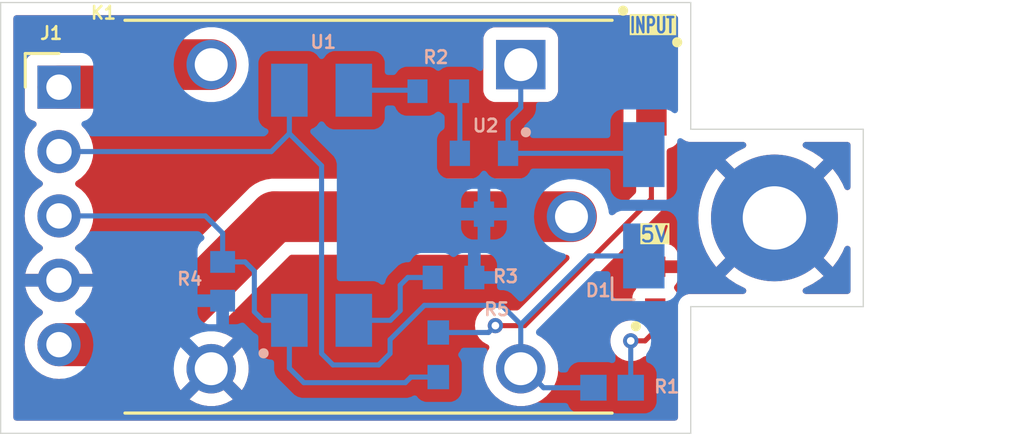
<source format=kicad_pcb>
(kicad_pcb (version 20240108) (generator "pcbnew") (generator_version "8.0")
  (layers (0 "F.Cu" signal) (31 "B.Cu" signal) (34 "B.Paste" user) (35 "F.Paste" user) (36 "B.SilkS" user "B.Silkscreen") (37 "F.SilkS" user "F.Silkscreen") (38 "B.Mask" user) (39 "F.Mask" user) (44 "Edge.Cuts" user))
  (net 0 "")
  (net 1 "/+5V")
  (net 2 "Net-(U2-C)")
  (net 3 "/GND")
  (net 4 "/RelayOut")
  (net 5 "/RelayIn")
  (net 6 "/GPIO")
  (net 7 "Net-(LED2-PadA)")
  (net 8 "Net-(LED1-A)")
  (net 9 "Net-(R2-Pad1)")
  (net 10 "Net-(U2-B)")
  (net 11 "Net-(R3-Pad2)")
  (footprint "CRCW060310K0DHEAP:RESC1508X50N" (layer "F.Cu") (at 158.75 106 90)
    (property "Reference" "R4" (hide yes))
    (property "Value" "10k")
    (pad "1" smd rect (at -0.765 0 90) (size 0.86 0.98) (layers "B.Cu" "B.Paste" "B.Mask") (net 3 "/GND"))
    (pad "2" smd rect (at 0.765 0 90) (size 0.86 0.98) (layers "B.Cu" "B.Paste" "B.Mask") (net 6 "/GPIO"))
  )
  (footprint "FOD817ASD:SOIC254P1016X385-4N" (layer "F.Cu") (at 162.65 103 90)
    (property "Reference" "U1" (hide yes))
    (property "Value" "FOD817ASD" (hide yes))
    (fp_circle (center -5.842 -2.286) (end -5.742 -2.286) (stroke (width 0.2)) (fill none) (layer "B.SilkS"))
    (pad "1" smd rect (at -4.54 -1.27 90) (size 2.09 1.44) (layers "B.Cu" "B.Paste" "B.Mask") (net 6 "/GPIO"))
    (pad "2" smd rect (at -4.54 1.27 90) (size 2.09 1.44) (layers "B.Cu" "B.Paste" "B.Mask") (net 11 "Net-(R3-Pad2)"))
    (pad "3" smd rect (at 4.54 1.27 90) (size 2.09 1.44) (layers "B.Cu" "B.Paste" "B.Mask") (net 9 "Net-(R2-Pad1)"))
    (pad "4" smd rect (at 4.54 -1.27 90) (size 2.09 1.44) (layers "B.Cu" "B.Paste" "B.Mask") (net 1 "/+5V"))
  )
  (footprint "RS1M-13-F:SMA_DIO-M" (layer "F.Cu") (at 175.35 103 90)
    (property "Reference" "D1" (hide yes))
    (property "Value" "RS1M-13-F" (hide yes))
    (pad "1" smd rect (at -2 0 90) (size 2.5614 1.63) (layers "B.Cu" "B.Paste" "B.Mask") (net 1 "/+5V"))
    (pad "2" smd rect (at 2 0 90) (size 2.5614 1.63) (layers "B.Cu" "B.Paste" "B.Mask") (net 2 "Net-(U2-C)"))
  )
  (footprint "AC0603JR-07100RL:RESC1608X55N" (layer "F.Cu") (at 167.25 98.5)
    (property "Reference" "R2" (hide yes))
    (property "Value" "100R")
    (pad "1" smd rect (at -0.82 0) (size 0.79 0.93) (layers "B.Cu" "B.Paste" "B.Mask") (net 9 "Net-(R2-Pad1)"))
    (pad "2" smd rect (at 0.82 0) (size 0.79 0.93) (layers "B.Cu" "B.Paste" "B.Mask") (net 10 "Net-(U2-B)"))
  )
  (footprint "1-1721150-0:RELAY_1-1721150-0" (layer "F.Cu") (at 164.5 103.45 -90)
    (property "Reference" "K1" (hide yes))
    (property "Value" "1-1721150-0" (hide yes))
    (fp_line (start -7.75 9.6) (end -7.75 -9.6) (stroke (width 0.127)) (layer "F.SilkS"))
    (fp_line (start 7.75 -9.6) (end 7.75 9.6) (stroke (width 0.127)) (layer "F.SilkS"))
    (fp_circle (center -8.128 -10.033) (end -8.028 -10.033) (stroke (width 0.2)) (fill none) (layer "F.SilkS"))
    (pad "1" thru_hole rect (at -6 -6 270) (size 1.95 1.95) (drill 1.3) (layers "*.Cu" "*.Mask") (net 2 "Net-(U2-C)"))
    (pad "2" thru_hole circle (at 0 -8 270) (size 1.95 1.95) (drill 1.3) (layers "*.Cu" "*.Mask") (net 4 "/RelayOut"))
    (pad "3" thru_hole circle (at 6 -6 270) (size 1.95 1.95) (drill 1.3) (layers "*.Cu" "*.Mask") (net 1 "/+5V"))
    (pad "4" thru_hole circle (at 6 6.2 270) (size 1.95 1.95) (drill 1.3) (layers "*.Cu" "*.Mask") (net 3 "/GND"))
    (pad "5" thru_hole circle (at -6 6.2 270) (size 1.95 1.95) (drill 1.3) (layers "*.Cu" "*.Mask") (net 5 "/RelayIn"))
  )
  (footprint "Connector_PinHeader_2.54mm:PinHeader_1x05_P2.54mm_Vertical" (layer "F.Cu") (at 152.3 98.34)
    (property "Reference" "J1" (hide yes))
    (property "Value" "Conn_01x05_Pin" (hide yes))
    (fp_line (start -1.33 -1.33) (end 0 -1.33) (stroke (width 0.12)) (layer "F.SilkS"))
    (fp_line (start -1.33 0) (end -1.33 -1.33) (stroke (width 0.12)) (layer "F.SilkS"))
    (pad "1" thru_hole rect (at 0 0) (size 1.7 1.7) (drill 1) (layers "*.Cu" "*.Mask") (net 5 "/RelayIn"))
    (pad "2" thru_hole oval (at 0 2.54) (size 1.7 1.7) (drill 1) (layers "*.Cu" "*.Mask") (net 1 "/+5V"))
    (pad "3" thru_hole oval (at 0 5.08) (size 1.7 1.7) (drill 1) (layers "*.Cu" "*.Mask") (net 6 "/GPIO"))
    (pad "4" thru_hole oval (at 0 7.62) (size 1.7 1.7) (drill 1) (layers "*.Cu" "*.Mask") (net 3 "/GND"))
    (pad "5" thru_hole oval (at 0 10.16) (size 1.7 1.7) (drill 1) (layers "*.Cu" "*.Mask") (net 4 "/RelayOut"))
  )
  (footprint "RC0603FR-07330RL:RESC1607X60N" (layer "F.Cu") (at 174.1 110.2 180)
    (property "Reference" "R1" (hide yes))
    (property "Value" "330R")
    (pad "1" smd rect (at -0.735 0 180) (size 1.04 1.02) (layers "B.Cu" "B.Paste" "B.Mask") (net 8 "Net-(LED1-A)"))
    (pad "2" smd rect (at 0.735 0 180) (size 1.04 1.02) (layers "B.Cu" "B.Paste" "B.Mask") (net 1 "/+5V"))
  )
  (footprint "AC0603JR-07100RL:RESC1608X55N" (layer "F.Cu") (at 167.85 105.85 180)
    (property "Reference" "R3" (hide yes))
    (property "Value" "100R")
    (pad "1" smd rect (at -0.82 0 180) (size 0.79 0.93) (layers "B.Cu" "B.Paste" "B.Mask") (net 3 "/GND"))
    (pad "2" smd rect (at 0.82 0 180) (size 0.79 0.93) (layers "B.Cu" "B.Paste" "B.Mask") (net 11 "Net-(R3-Pad2)"))
  )
  (footprint "MountingHole:MountingHole_2.5mm_Pad" (layer "F.Cu") (at 180.5 103.5)
    (property "Reference" "Mount" (hide yes))
    (property "Value" "MountingHole_2.5mm_Pad")
    (pad "1" thru_hole circle (at 0 0) (size 5 5) (drill 2.5) (layers "*.Cu" "*.Mask") (net 3 "/GND"))
  )
  (footprint "FMMT634QTA:VREG_XC6206P282MR-G" (layer "F.Cu") (at 169.05 102.15 -90)
    (property "Reference" "U2" (hide yes))
    (property "Value" "FMMT634QTA" (hide yes))
    (fp_circle (center -2.032 -1.651) (end -1.932 -1.651) (stroke (width 0.2)) (fill none) (layer "B.SilkS"))
    (pad "1" smd rect (at -1.2 -0.95 270) (size 1 0.8) (layers "B.Cu" "B.Paste" "B.Mask") (net 2 "Net-(U2-C)"))
    (pad "2" smd rect (at -1.2 0.95 270) (size 1 0.8) (layers "B.Cu" "B.Paste" "B.Mask") (net 10 "Net-(U2-B)"))
    (pad "3" smd rect (at 1.2 0 270) (size 1 0.8) (layers "B.Cu" "B.Paste" "B.Mask") (net 3 "/GND"))
  )
  (footprint "HSMG-C170:LED_HSMS-C170" (layer "F.Cu") (at 175.65 98.6 -90)
    (property "Reference" "LED2" (hide yes))
    (property "Value" "HSMG-C170" (hide yes))
    (fp_circle (center -2.032 -1.016) (end -1.932 -1.016) (stroke (width 0.2)) (fill none) (layer "F.SilkS"))
    (pad "A" smd rect (at 1.05 0 270) (size 1.2 1.2) (layers "F.Cu" "F.Paste" "F.Mask") (net 7 "Net-(LED2-PadA)"))
    (pad "C" smd rect (at -1.05 0 270) (size 1.2 1.2) (layers "F.Cu" "F.Paste" "F.Mask") (net 3 "/GND"))
  )
  (footprint "SML-D12:LED_SML-D12V1WT86" (layer "F.Cu") (at 175.8 106.25 90)
    (property "Reference" "LED1" (hide yes))
    (property "Value" "LED" (hide yes))
    (fp_circle (center -1.524 -0.762) (end -1.424 -0.762) (stroke (width 0.2)) (fill none) (layer "F.SilkS"))
    (pad "1" smd rect (at 0.825 0 90) (size 0.8 0.8) (layers "F.Cu" "F.Paste" "F.Mask") (net 3 "/GND"))
    (pad "2" smd rect (at -0.825 0 90) (size 0.8 0.8) (layers "F.Cu" "F.Paste" "F.Mask") (net 8 "Net-(LED1-A)"))
  )
  (footprint "footprints68R:RC0603N_PAN-M" (layer "B.Cu") (at 167.25 108.9 -90)
    (property "Reference" "REF**" (hide yes))
    (property "Value" "RC0603N_PAN" (hide yes))
    (pad "1" smd rect (at -0.879399 0 270) (size 0.958799 0.850798) (layers "B.Cu" "B.Paste" "B.Mask") (net 7 "Net-(LED2-PadA)"))
    (pad "2" smd rect (at 0.879399 0 270) (size 0.958799 0.850798) (layers "B.Cu" "B.Paste" "B.Mask") (net 6 "/GPIO"))
    (zone (net 0) (net_name "") (layer "B.Cu") (connect_pads (clearance 0)) (min_thickness 0.254)
      (keepout (tracks not_allowed) (vias not_allowed) (pads allowed) (copperpour not_allowed) (footprints allowed))
      (fill (thermal_gap 0.508) (thermal_bridge_width 0.508))
      (polygon (pts (xy 166.900801 108.550801) (xy 166.900801 109.249199) (xy 167.599199 109.249199) (xy 167.599199 108.550801)))
    )
  )
  (gr_line (start 174.1 106.725) (end 174.1 105.85) (stroke (width 0.1)) (layer "B.SilkS"))
  (gr_line (start 174.975 106.725) (end 174.125 106.725) (stroke (width 0.1)) (layer "B.SilkS"))
  (gr_line (start 177.2 95) (end 177.2 100) (stroke (width 0.05)) (layer "Edge.Cuts"))
  (gr_line (start 177.2 100) (end 184 100) (stroke (width 0.05)) (layer "Edge.Cuts"))
  (gr_line (start 184 100) (end 184 107) (stroke (width 0.05)) (layer "Edge.Cuts"))
  (gr_line (start 150 112) (end 177.2 112) (stroke (width 0.05)) (layer "Edge.Cuts"))
  (gr_line (start 184 107) (end 177.2 107) (stroke (width 0.05)) (layer "Edge.Cuts"))
  (gr_line (start 177.2 112) (end 177.2 107) (stroke (width 0.05)) (layer "Edge.Cuts"))
  (gr_line (start 150 95) (end 177.2 95) (stroke (width 0.05)) (layer "Edge.Cuts"))
  (gr_line (start 150 95) (end 150 112) (stroke (width 0.05)) (layer "Edge.Cuts"))
  (gr_text "R2" (at 166.6 97.45 0) (layer "B.SilkS") (effects (font (size 0.5 0.5) (thickness 0.1) (bold yes)) (justify left bottom)))
  (gr_text "R1" (at 175.7 110.45 0) (layer "B.SilkS") (effects (font (size 0.5 0.5) (thickness 0.1) (bold yes)) (justify left bottom)))
  (gr_text "U2" (at 168.55 100.15 0) (layer "B.SilkS") (effects (font (size 0.5 0.5) (thickness 0.1) (bold yes)) (justify left bottom)))
  (gr_text "R4" (at 156.9 106.2 0) (layer "B.SilkS") (effects (font (size 0.5 0.5) (thickness 0.1) (bold yes)) (justify left bottom)))
  (gr_text "D1" (at 173 106.65 0) (layer "B.SilkS") (effects (font (size 0.5 0.5) (thickness 0.1) (bold yes)) (justify left bottom)))
  (gr_text "R5" (at 169 107.4 0) (layer "B.SilkS") (effects (font (size 0.5 0.5) (thickness 0.1) (bold yes)) (justify left bottom)))
  (gr_text "U1" (at 162.15 96.85 0) (layer "B.SilkS") (effects (font (size 0.5 0.5) (thickness 0.1) (bold yes)) (justify left bottom)))
  (gr_text "R3" (at 169.35 106.1 0) (layer "B.SilkS") (effects (font (size 0.5 0.5) (thickness 0.1) (bold yes)) (justify left bottom)))
  (gr_text "J1" (at 151.5 96.5 0) (layer "F.SilkS") (effects (font (size 0.5 0.5) (thickness 0.1) (bold yes)) (justify left bottom)))
  (gr_text "5V" (at 175.15 104.5 0) (layer "F.SilkS" knockout) (effects (font (size 0.6 0.6) (thickness 0.1) (bold yes)) (justify left bottom)))
  (gr_text "K1" (at 153.5 95.7 0) (layer "F.SilkS") (effects (font (size 0.5 0.5) (thickness 0.1) (bold yes)) (justify left bottom)))
  (gr_text "INPUT" (at 174.75 96.25 0) (layer "F.SilkS" knockout) (effects (font (size 0.6 0.4) (thickness 0.1) (bold yes)) (justify left bottom)))
  (segment (start 173.2 105) (end 175.35 105) (width 0.2) (layer "B.Cu") (net 1))
  (segment (start 164.9 109.3) (end 163.1 109.3) (width 0.2) (layer "B.Cu") (net 1))
  (segment (start 163.1 109.3) (end 162.65 108.85) (width 0.2) (layer "B.Cu") (net 1))
  (segment (start 171.4 110.2) (end 170.65 109.45) (width 0.2) (layer "B.Cu") (net 1))
  (segment (start 170.65 109.45) (end 170.5 109.45) (width 0.2) (layer "B.Cu") (net 1))
  (segment (start 162.65 101.44) (end 161.38 100.17) (width 0.2) (layer "B.Cu") (net 1))
  (segment (start 162.65 108.85) (end 162.65 101.44) (width 0.2) (layer "B.Cu") (net 1))
  (segment (start 170.5 109.45) (end 170.5 107.7) (width 0.2) (layer "B.Cu") (net 1))
  (segment (start 170.5 107.7) (end 173.2 105) (width 0.2) (layer "B.Cu") (net 1))
  (segment (start 160.67 100.88) (end 161.38 100.17) (width 0.2) (layer "B.Cu") (net 1))
  (segment (start 165.35 108.3) (end 165.35 108.85) (width 0.2) (layer "B.Cu") (net 1))
  (segment (start 165.35 108.85) (end 164.9 109.3) (width 0.2) (layer "B.Cu") (net 1))
  (segment (start 173.365 110.2) (end 171.4 110.2) (width 0.2) (layer "B.Cu") (net 1))
  (segment (start 169.75 106.95) (end 166.7 106.95) (width 0.2) (layer "B.Cu") (net 1))
  (segment (start 170.5 107.7) (end 169.75 106.95) (width 0.2) (layer "B.Cu") (net 1))
  (segment (start 166.7 106.95) (end 165.35 108.3) (width 0.2) (layer "B.Cu") (net 1))
  (segment (start 161.38 100.17) (end 161.38 98.46) (width 0.2) (layer "B.Cu") (net 1))
  (segment (start 152.3 100.88) (end 160.67 100.88) (width 0.2) (layer "B.Cu") (net 1))
  (segment (start 170 100.95) (end 170 99.65) (width 0.2) (layer "B.Cu") (net 2))
  (segment (start 170 99.65) (end 170.5 99.15) (width 0.2) (layer "B.Cu") (net 2))
  (segment (start 175.3 100.95) (end 175.35 101) (width 0.2) (layer "B.Cu") (net 2))
  (segment (start 170 100.95) (end 175.3 100.95) (width 0.2) (layer "B.Cu") (net 2))
  (segment (start 170.5 99.15) (end 170.5 97.45) (width 0.2) (layer "B.Cu") (net 2))
  (segment (start 152.3 108.5) (end 155.75 108.5) (width 1.7) (layer "F.Cu") (net 4))
  (segment (start 160.8 103.45) (end 172.5 103.45) (width 2) (layer "F.Cu") (net 4))
  (segment (start 155.75 108.5) (end 160.8 103.45) (width 2) (layer "F.Cu") (net 4))
  (segment (start 158.3 97.45) (end 155.95 97.45) (width 2) (layer "F.Cu") (net 5))
  (segment (start 155.06 98.34) (end 152.3 98.34) (width 1.7) (layer "F.Cu") (net 5))
  (segment (start 155.95 97.45) (end 155.06 98.34) (width 2) (layer "F.Cu") (net 5))
  (segment (start 158.75 105.235) (end 158.75 104.1) (width 0.2) (layer "B.Cu") (net 6))
  (segment (start 160.34 107.54) (end 161.38 107.54) (width 0.2) (layer "B.Cu") (net 6))
  (segment (start 158.07 103.42) (end 152.3 103.42) (width 0.2) (layer "B.Cu") (net 6))
  (segment (start 160 107.2) (end 160.34 107.54) (width 0.2) (layer "B.Cu") (net 6))
  (segment (start 158.75 105.235) (end 159.635 105.235) (width 0.2) (layer "B.Cu") (net 6))
  (segment (start 161.38 107.54) (end 161.38 109.43) (width 0.2) (layer "B.Cu") (net 6))
  (segment (start 167.25 109.779399) (end 166.170601 109.779399) (width 0.2) (layer "B.Cu") (net 6))
  (segment (start 166.170601 109.779399) (end 165.95 110) (width 0.2) (layer "B.Cu") (net 6))
  (segment (start 165.95 110) (end 161.95 110) (width 0.2) (layer "B.Cu") (net 6))
  (segment (start 159.635 105.235) (end 160 105.6) (width 0.2) (layer "B.Cu") (net 6))
  (segment (start 158.75 104.1) (end 158.07 103.42) (width 0.2) (layer "B.Cu") (net 6))
  (segment (start 161.38 109.43) (end 161.95 110) (width 0.2) (layer "B.Cu") (net 6))
  (segment (start 160 105.6) (end 160 107.2) (width 0.2) (layer "B.Cu") (net 6))
  (segment (start 169.5 107.75) (end 170.65 107.75) (width 0.2) (layer "F.Cu") (net 7))
  (segment (start 170.65 107.75) (end 175.65 102.75) (width 0.2) (layer "F.Cu") (net 7))
  (segment (start 175.65 102.75) (end 175.65 99.65) (width 0.2) (layer "F.Cu") (net 7))
  (via (at 169.5 107.75) (size 0.6) (drill 0.3) (layers "F.Cu" "B.Cu") (net 7))
  (segment (start 169.229399 108.020601) (end 169.5 107.75) (width 0.2) (layer "B.Cu") (net 7))
  (segment (start 167.25 108.020601) (end 169.229399 108.020601) (width 0.2) (layer "B.Cu") (net 7))
  (segment (start 175.8 107.95) (end 175.8 107.075) (width 0.2) (layer "F.Cu") (net 8))
  (segment (start 174.835 108.35) (end 175.4 108.35) (width 0.2) (layer "F.Cu") (net 8))
  (segment (start 175.4 108.35) (end 175.8 107.95) (width 0.2) (layer "F.Cu") (net 8))
  (via (at 174.835 108.35) (size 0.6) (drill 0.3) (layers "F.Cu" "B.Cu") (net 8))
  (segment (start 174.835 108.35) (end 174.835 110.2) (width 0.2) (layer "B.Cu") (net 8))
  (segment (start 166.39 98.46) (end 166.43 98.5) (width 0.2) (layer "B.Cu") (net 9))
  (segment (start 163.92 98.46) (end 166.39 98.46) (width 0.2) (layer "B.Cu") (net 9))
  (segment (start 168.1 100.95) (end 168.1 98.53) (width 0.2) (layer "B.Cu") (net 10))
  (segment (start 168.1 98.53) (end 168.07 98.5) (width 0.2) (layer "B.Cu") (net 10))
  (segment (start 165.75 107.15) (end 165.75 106.15) (width 0.2) (layer "B.Cu") (net 11))
  (segment (start 165.75 106.15) (end 166.05 105.85) (width 0.2) (layer "B.Cu") (net 11))
  (segment (start 163.92 107.54) (end 165.36 107.54) (width 0.2) (layer "B.Cu") (net 11))
  (segment (start 166.05 105.85) (end 167.03 105.85) (width 0.2) (layer "B.Cu") (net 11))
  (segment (start 165.36 107.54) (end 165.75 107.15) (width 0.2) (layer "B.Cu") (net 11))
  (zone (net 3) (net_name "/GND") (layer "F.Cu") (connect_pads (clearance 0.5)) (min_thickness 0.25) (fill yes (thermal_gap 0.5) (thermal_bridge_width 0.5))
    (polygon (pts (xy 150 95) (xy 177.25 95) (xy 177.25 100) (xy 184 100) (xy 184 107) (xy 177.25 107) (xy 177.25 112) (xy 150 112)))
  )
  (zone (net 3) (net_name "/GND") (layer "B.Cu") (priority 1) (connect_pads (clearance 0.5)) (min_thickness 0.25) (fill yes (thermal_gap 0.5) (thermal_bridge_width 0.5))
    (polygon (pts (xy 150 95) (xy 177.25 95) (xy 177.25 100) (xy 184 100) (xy 184 107) (xy 177.25 107) (xy 177.25 112) (xy 150 112)))
  )
)
</source>
